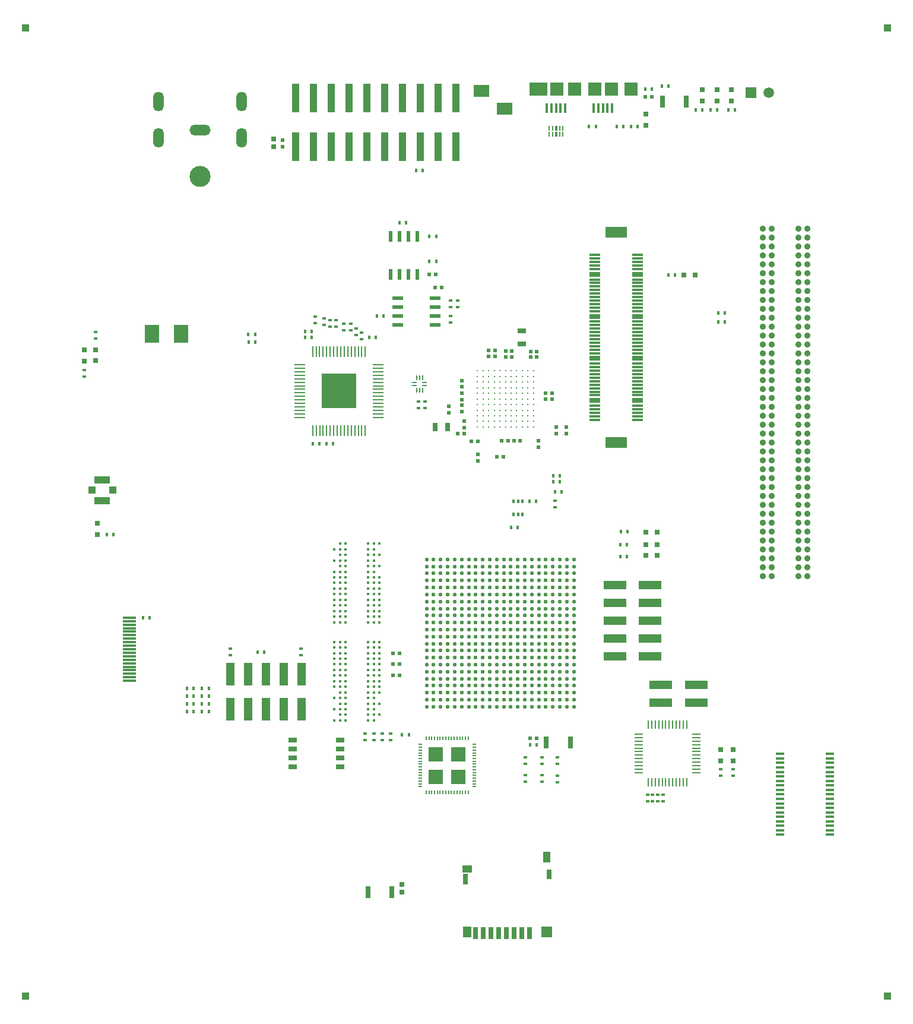
<source format=gtp>
G04 (created by PCBNEW (2013-07-07 BZR 4022)-stable) date 10/02/2015 04:29:17*
%MOIN*%
G04 Gerber Fmt 3.4, Leading zero omitted, Abs format*
%FSLAX34Y34*%
G01*
G70*
G90*
G04 APERTURE LIST*
%ADD10C,0.00590551*%
%ADD11R,0.0392X0.0392*%
%ADD12R,0.015748X0.0265748*%
%ADD13R,0.00787402X0.0265748*%
%ADD14R,0.0314961X0.0669291*%
%ADD15R,0.0590551X0.0236*%
%ADD16R,0.0236X0.0590551*%
%ADD17C,0.015748*%
%ADD18C,0.011811*%
%ADD19R,0.0314X0.0314*%
%ADD20R,0.126X0.05*%
%ADD21R,0.0393701X0.0393701*%
%ADD22R,0.0866142X0.0413386*%
%ADD23R,0.0597X0.0597*%
%ADD24C,0.0597*%
%ADD25R,0.0748031X0.011811*%
%ADD26R,0.00984252X0.0472441*%
%ADD27R,0.0472441X0.00984252*%
%ADD28R,0.0610236X0.00984252*%
%ADD29R,0.00984252X0.0610236*%
%ADD30R,0.19685X0.19685*%
%ADD31O,0.00984252X0.0610236*%
%ADD32R,0.0195X0.0195*%
%ADD33R,0.0314X0.0275*%
%ADD34R,0.0175X0.0195*%
%ADD35R,0.0195X0.0175*%
%ADD36R,0.0393701X0.0610236*%
%ADD37R,0.0314961X0.0551181*%
%ADD38R,0.0570866X0.0393701*%
%ADD39R,0.0314961X0.0590551*%
%ADD40R,0.0590551X0.0590551*%
%ADD41R,0.0275591X0.0688976*%
%ADD42R,0.0511811X0.0590551*%
%ADD43R,0.0748031X0.0748031*%
%ADD44R,0.015748X0.0531496*%
%ADD45R,0.100394X0.0748031*%
%ADD46R,0.0787X0.0984*%
%ADD47R,0.05X0.0169291*%
%ADD48R,0.063X0.0118*%
%ADD49R,0.063X0.0276*%
%ADD50R,0.122X0.063*%
%ADD51C,0.0224409*%
%ADD52C,0.0354331*%
%ADD53R,0.0314961X0.00787402*%
%ADD54R,0.00787402X0.0314961*%
%ADD55O,0.0314961X0.00787402*%
%ADD56R,0.0314961X0.0492126*%
%ADD57R,0.0492126X0.0314961*%
%ADD58R,0.0866142X0.0669291*%
%ADD59R,0.0393701X0.163386*%
%ADD60R,0.05X0.126*%
%ADD61R,0.0492126X0.0299213*%
%ADD62R,0.0165354X0.023622*%
%ADD63O,0.0590551X0.110236*%
%ADD64O,0.11811X0.0590551*%
%ADD65C,0.11811*%
%ADD66R,0.0787402X0.0787402*%
%ADD67O,0.023622X0.00787402*%
%ADD68O,0.00787402X0.023622*%
%ADD69R,0.00787402X0.023622*%
G04 APERTURE END LIST*
G54D10*
G54D11*
X67322Y-86220D03*
X115748Y-86220D03*
X115748Y-31889D03*
G54D12*
X97125Y-37849D03*
X97125Y-37505D03*
G54D13*
X97322Y-37505D03*
X97519Y-37505D03*
X97322Y-37849D03*
X97519Y-37849D03*
X96929Y-37849D03*
X96732Y-37849D03*
X96732Y-37505D03*
X96929Y-37505D03*
G54D14*
X86574Y-80393D03*
X87913Y-80393D03*
X96584Y-71978D03*
X97923Y-71978D03*
X103090Y-36023D03*
X104429Y-36023D03*
G54D15*
X88228Y-47045D03*
X88228Y-47545D03*
X88228Y-48045D03*
X88228Y-48545D03*
X90354Y-48545D03*
X90354Y-48045D03*
X90354Y-47545D03*
X90354Y-47045D03*
G54D16*
X89332Y-43582D03*
X88832Y-43582D03*
X88332Y-43582D03*
X87832Y-43582D03*
X87832Y-45708D03*
X88332Y-45708D03*
X88832Y-45708D03*
X89332Y-45708D03*
G54D17*
X85314Y-62716D03*
X85000Y-62716D03*
X84685Y-62716D03*
X86574Y-62716D03*
X86889Y-62716D03*
X87204Y-62716D03*
X86889Y-62401D03*
X86574Y-62401D03*
X84685Y-62401D03*
X85000Y-62401D03*
X85314Y-62401D03*
X85314Y-61771D03*
X85000Y-61771D03*
X84685Y-61771D03*
X86574Y-61771D03*
X86889Y-61771D03*
X87204Y-62086D03*
X86889Y-62086D03*
X86574Y-62086D03*
X85000Y-62086D03*
X85314Y-62086D03*
X85314Y-60826D03*
X85000Y-60826D03*
X86574Y-60826D03*
X86889Y-60826D03*
X87204Y-60826D03*
X85314Y-61141D03*
X85000Y-61141D03*
X84685Y-61141D03*
X86574Y-61141D03*
X86889Y-61141D03*
X87204Y-61456D03*
X86889Y-61456D03*
X86574Y-61456D03*
X85000Y-61456D03*
X85314Y-61456D03*
X85314Y-64291D03*
X85000Y-64291D03*
X84685Y-64291D03*
X86574Y-64291D03*
X86889Y-64291D03*
X87204Y-64291D03*
X87204Y-63976D03*
X86889Y-63976D03*
X86574Y-63976D03*
X84685Y-63976D03*
X85000Y-63976D03*
X85314Y-63976D03*
X85314Y-63031D03*
X85000Y-63031D03*
X84685Y-63031D03*
X86574Y-63031D03*
X86889Y-63031D03*
X87204Y-63031D03*
X87204Y-63346D03*
X86889Y-63346D03*
X86574Y-63346D03*
X84685Y-63346D03*
X85000Y-63346D03*
X85314Y-63346D03*
X85314Y-64606D03*
X85000Y-64606D03*
X84685Y-64606D03*
X86574Y-64606D03*
X86889Y-64606D03*
X87204Y-64606D03*
X87204Y-63661D03*
X86889Y-63661D03*
X86574Y-63661D03*
X84685Y-63661D03*
X85000Y-63661D03*
X85314Y-63661D03*
X85314Y-64921D03*
X85000Y-64921D03*
X84685Y-64921D03*
X86574Y-64921D03*
X86889Y-64921D03*
X87204Y-64921D03*
X87204Y-65236D03*
X86889Y-65236D03*
X86574Y-65236D03*
X84685Y-65236D03*
X85000Y-65236D03*
X85314Y-65236D03*
X86574Y-68858D03*
X86889Y-68858D03*
X87204Y-68858D03*
X85314Y-68858D03*
X85000Y-68858D03*
X84685Y-68858D03*
X85000Y-69173D03*
X85314Y-69173D03*
X87204Y-69173D03*
X86889Y-69173D03*
X86574Y-69173D03*
X86574Y-69803D03*
X86889Y-69803D03*
X87204Y-69803D03*
X85314Y-69803D03*
X85000Y-69803D03*
X84685Y-69488D03*
X85000Y-69488D03*
X85314Y-69488D03*
X86889Y-69488D03*
X86574Y-69488D03*
X86574Y-70748D03*
X86889Y-70748D03*
X85314Y-70748D03*
X85000Y-70748D03*
X84685Y-70748D03*
X86574Y-70433D03*
X86889Y-70433D03*
X87204Y-70433D03*
X85314Y-70433D03*
X85000Y-70433D03*
X84685Y-70118D03*
X85000Y-70118D03*
X85314Y-70118D03*
X86889Y-70118D03*
X86574Y-70118D03*
X86574Y-67283D03*
X86889Y-67283D03*
X87204Y-67283D03*
X85314Y-67283D03*
X85000Y-67283D03*
X84685Y-67283D03*
X84685Y-67598D03*
X85000Y-67598D03*
X85314Y-67598D03*
X87204Y-67598D03*
X86889Y-67598D03*
X86574Y-67598D03*
X86574Y-68543D03*
X86889Y-68543D03*
X87204Y-68543D03*
X85314Y-68543D03*
X85000Y-68543D03*
X84685Y-68543D03*
X84685Y-68228D03*
X85000Y-68228D03*
X85314Y-68228D03*
X87204Y-68228D03*
X86889Y-68228D03*
X86574Y-68228D03*
X86574Y-66968D03*
X86889Y-66968D03*
X87204Y-66968D03*
X85314Y-66968D03*
X85000Y-66968D03*
X84685Y-66968D03*
X84685Y-67913D03*
X85000Y-67913D03*
X85314Y-67913D03*
X87204Y-67913D03*
X86889Y-67913D03*
X86574Y-67913D03*
X86574Y-66653D03*
X86889Y-66653D03*
X87204Y-66653D03*
X85314Y-66653D03*
X85000Y-66653D03*
X84685Y-66653D03*
X84685Y-66338D03*
X85000Y-66338D03*
X85314Y-66338D03*
X87204Y-66338D03*
X86889Y-66338D03*
X86574Y-66338D03*
G54D18*
X92716Y-52391D03*
X92716Y-52076D03*
X92716Y-51761D03*
X92716Y-51446D03*
X92716Y-53966D03*
X92716Y-53651D03*
X92716Y-53336D03*
X92716Y-53021D03*
X94291Y-53021D03*
X94291Y-53336D03*
X94291Y-53651D03*
X94291Y-53966D03*
X94291Y-51446D03*
X94291Y-51761D03*
X94291Y-52076D03*
X94291Y-52391D03*
X93976Y-51131D03*
X93976Y-52706D03*
X93976Y-54281D03*
X93976Y-52391D03*
X93976Y-52076D03*
X93976Y-51761D03*
X93976Y-51446D03*
X93976Y-53966D03*
X93976Y-53651D03*
X93976Y-53336D03*
X93976Y-53021D03*
X93661Y-53021D03*
X93661Y-53336D03*
X93661Y-53651D03*
X93661Y-53966D03*
X93661Y-51446D03*
X93661Y-51761D03*
X93661Y-52076D03*
X93661Y-52391D03*
X93661Y-54281D03*
X93661Y-52706D03*
X93661Y-51131D03*
X93346Y-51131D03*
X93346Y-52706D03*
X93346Y-54281D03*
X93346Y-52391D03*
X93346Y-52076D03*
X93346Y-51761D03*
X93346Y-51446D03*
X93346Y-53966D03*
X93346Y-53651D03*
X93346Y-53336D03*
X93346Y-53021D03*
X93031Y-53021D03*
X93031Y-53336D03*
X93031Y-53651D03*
X93031Y-53966D03*
X93031Y-51446D03*
X93031Y-51761D03*
X93031Y-52076D03*
X93031Y-52391D03*
X93031Y-54281D03*
X93031Y-52706D03*
X93031Y-51131D03*
X94606Y-51131D03*
X94606Y-52706D03*
X94606Y-54281D03*
X94606Y-52391D03*
X94606Y-52076D03*
X94606Y-51761D03*
X94606Y-51446D03*
X94606Y-53966D03*
X94606Y-53651D03*
X94606Y-53336D03*
X94606Y-53021D03*
X94921Y-53021D03*
X94921Y-53336D03*
X94921Y-53651D03*
X94921Y-53966D03*
X94921Y-51446D03*
X94921Y-51761D03*
X94921Y-52076D03*
X94921Y-52391D03*
X94921Y-54281D03*
X94921Y-52706D03*
X94921Y-51131D03*
X95236Y-51131D03*
X95236Y-52706D03*
X95236Y-54281D03*
X95236Y-52391D03*
X95236Y-52076D03*
X95236Y-51761D03*
X95236Y-51446D03*
X95236Y-53966D03*
X95236Y-53651D03*
X95236Y-53336D03*
X95236Y-53021D03*
X95551Y-53021D03*
X95551Y-53336D03*
X95551Y-53651D03*
X95551Y-53966D03*
X95551Y-51446D03*
X95551Y-51761D03*
X95551Y-52076D03*
X95551Y-52391D03*
X95551Y-54281D03*
X95551Y-52706D03*
X95551Y-51131D03*
X95866Y-51131D03*
X95866Y-52706D03*
X95866Y-54281D03*
X92716Y-51131D03*
X92716Y-52706D03*
X92716Y-54281D03*
X94291Y-54281D03*
X94291Y-52706D03*
X94291Y-51131D03*
X95866Y-52391D03*
X95866Y-52076D03*
X95866Y-51761D03*
X95866Y-51446D03*
X95866Y-53966D03*
X95866Y-53651D03*
X95866Y-53336D03*
X95866Y-53021D03*
G54D19*
X106165Y-35362D03*
X106165Y-35992D03*
X105346Y-35366D03*
X105346Y-35996D03*
X71281Y-50565D03*
X71281Y-49935D03*
X106988Y-35364D03*
X106988Y-35994D03*
X107086Y-72381D03*
X107086Y-73011D03*
X106377Y-72381D03*
X106377Y-73011D03*
G54D20*
X100433Y-63139D03*
X100433Y-64139D03*
X100433Y-65139D03*
X100433Y-66139D03*
X100433Y-67139D03*
X102402Y-63139D03*
X102402Y-64139D03*
X102402Y-65139D03*
X102402Y-66139D03*
X102402Y-67139D03*
G54D21*
X71062Y-57834D03*
X72244Y-57834D03*
G54D22*
X71653Y-57253D03*
X71653Y-58415D03*
G54D19*
X71377Y-59685D03*
X71377Y-60315D03*
G54D23*
X108083Y-35511D03*
G54D24*
X109083Y-35511D03*
G54D25*
X73188Y-66751D03*
X73188Y-66948D03*
X73188Y-67145D03*
X73188Y-67342D03*
X73188Y-67539D03*
X73188Y-67736D03*
X73188Y-67933D03*
X73188Y-68129D03*
X73188Y-68326D03*
X73188Y-68523D03*
X73188Y-66555D03*
X73188Y-66358D03*
X73188Y-66161D03*
X73188Y-65964D03*
X73188Y-65767D03*
X73188Y-65570D03*
X73188Y-65374D03*
X73188Y-65177D03*
X73188Y-64980D03*
G54D26*
X102303Y-74212D03*
X102893Y-74212D03*
X102696Y-74212D03*
X102500Y-74212D03*
G54D27*
X101771Y-73287D03*
X101771Y-73484D03*
X101771Y-73681D03*
X101771Y-71909D03*
X101771Y-72106D03*
X101771Y-72303D03*
X101771Y-72500D03*
X101771Y-72696D03*
X101771Y-72893D03*
X101771Y-73090D03*
G54D26*
X103090Y-74212D03*
X103287Y-74212D03*
X103484Y-74212D03*
X103681Y-74212D03*
X103877Y-74212D03*
X104074Y-74212D03*
X104271Y-74212D03*
X104468Y-74212D03*
G54D27*
X105000Y-72500D03*
X105000Y-72303D03*
X105000Y-72106D03*
X105000Y-71909D03*
X105000Y-71712D03*
X105000Y-71515D03*
X105000Y-73681D03*
X105000Y-73484D03*
X105000Y-73287D03*
X105000Y-73090D03*
X105000Y-72893D03*
X105000Y-72696D03*
X101771Y-71712D03*
X101771Y-71515D03*
G54D26*
X104468Y-70984D03*
X104271Y-70984D03*
X104074Y-70984D03*
X103877Y-70984D03*
X103681Y-70984D03*
X103484Y-70984D03*
X103287Y-70984D03*
X103090Y-70984D03*
X102893Y-70984D03*
X102696Y-70984D03*
X102500Y-70984D03*
X102303Y-70984D03*
G54D28*
X87145Y-50787D03*
X87145Y-50984D03*
G54D29*
X86417Y-54468D03*
X86220Y-54468D03*
G54D28*
X82736Y-53740D03*
X82736Y-53543D03*
G54D29*
X83464Y-50059D03*
X83661Y-50059D03*
G54D30*
X84941Y-52263D03*
G54D28*
X82736Y-51771D03*
X82736Y-51968D03*
X82736Y-52165D03*
X82736Y-52362D03*
X82736Y-52559D03*
X82736Y-52755D03*
X82736Y-52952D03*
X82736Y-53149D03*
X82736Y-53346D03*
X82736Y-50787D03*
X82736Y-50984D03*
X82736Y-51181D03*
X82736Y-51377D03*
X82736Y-51574D03*
G54D29*
X85433Y-54468D03*
X85629Y-54468D03*
X85826Y-54468D03*
X86023Y-54468D03*
X83464Y-54468D03*
X83661Y-54468D03*
X83858Y-54468D03*
X84055Y-54468D03*
X84251Y-54468D03*
X84448Y-54468D03*
X84645Y-54468D03*
X84842Y-54468D03*
X85039Y-54468D03*
X85236Y-54468D03*
G54D28*
X87145Y-52165D03*
X87145Y-51968D03*
X87145Y-51771D03*
X87145Y-51574D03*
X87145Y-51377D03*
X87145Y-51181D03*
X87145Y-53740D03*
X87145Y-53543D03*
X87145Y-53346D03*
X87145Y-53149D03*
X87145Y-52952D03*
X87145Y-52755D03*
X87145Y-52559D03*
X87145Y-52362D03*
G54D31*
X86417Y-50059D03*
G54D29*
X86220Y-50059D03*
X86023Y-50059D03*
X85826Y-50059D03*
X85629Y-50059D03*
X85433Y-50059D03*
X85236Y-50059D03*
X85039Y-50059D03*
X84842Y-50059D03*
X84645Y-50059D03*
X84448Y-50059D03*
X84251Y-50059D03*
X84055Y-50059D03*
X83839Y-50056D03*
G54D32*
X93346Y-50000D03*
X93700Y-50000D03*
X93346Y-50334D03*
X93700Y-50334D03*
X97145Y-54291D03*
X97145Y-54645D03*
X93819Y-55944D03*
X94173Y-55944D03*
X81771Y-38551D03*
X81771Y-38197D03*
X90354Y-46437D03*
X90708Y-46437D03*
X102145Y-35748D03*
X102499Y-35748D03*
X96909Y-52391D03*
X96555Y-52391D03*
X92726Y-55817D03*
X92726Y-56171D03*
X95117Y-55059D03*
X94763Y-55059D03*
X96151Y-55059D03*
X96151Y-55413D03*
X94291Y-50344D03*
X94645Y-50344D03*
X91830Y-52382D03*
X91830Y-52736D03*
X91830Y-53405D03*
X91830Y-53051D03*
X92726Y-55068D03*
X92372Y-55068D03*
X97696Y-54291D03*
X97696Y-54645D03*
X95689Y-50039D03*
X96043Y-50039D03*
X95689Y-50344D03*
X96043Y-50344D03*
X90019Y-45708D03*
X90373Y-45708D03*
X91102Y-53130D03*
X91102Y-53484D03*
X94074Y-55059D03*
X94428Y-55059D03*
X94291Y-50019D03*
X94645Y-50019D03*
X91614Y-54665D03*
X91968Y-54665D03*
X91830Y-52027D03*
X91830Y-51673D03*
X91968Y-53956D03*
X91968Y-54310D03*
X96909Y-52706D03*
X96555Y-52706D03*
X96033Y-71742D03*
X95679Y-71742D03*
X87972Y-67598D03*
X88326Y-67598D03*
X87972Y-66968D03*
X88326Y-66968D03*
X87972Y-68228D03*
X88326Y-68228D03*
G54D33*
X88484Y-80392D03*
X88484Y-79962D03*
X81283Y-38545D03*
X81283Y-38115D03*
G54D34*
X101700Y-37421D03*
X101330Y-37421D03*
X76389Y-70236D03*
X76759Y-70236D03*
X74318Y-64980D03*
X73948Y-64980D03*
X71901Y-60314D03*
X72271Y-60314D03*
X89263Y-39881D03*
X89633Y-39881D03*
X79854Y-49070D03*
X80224Y-49070D03*
G54D35*
X84090Y-48562D03*
X84090Y-48192D03*
G54D34*
X79858Y-49527D03*
X80228Y-49527D03*
X88708Y-42834D03*
X88338Y-42834D03*
X90391Y-44980D03*
X90021Y-44980D03*
X90391Y-43572D03*
X90021Y-43572D03*
X87078Y-48051D03*
X87448Y-48051D03*
G54D35*
X91220Y-47177D03*
X91220Y-47547D03*
X91594Y-47177D03*
X91594Y-47547D03*
X102539Y-75283D03*
X102539Y-74913D03*
G54D34*
X77625Y-69803D03*
X77255Y-69803D03*
X77625Y-68937D03*
X77255Y-68937D03*
G54D35*
X103129Y-75283D03*
X103129Y-74913D03*
X102854Y-75283D03*
X102854Y-74913D03*
G54D34*
X77625Y-70236D03*
X77255Y-70236D03*
X77625Y-69370D03*
X77255Y-69370D03*
G54D35*
X91220Y-48043D03*
X91220Y-48413D03*
G54D34*
X102137Y-35314D03*
X102507Y-35314D03*
X106803Y-36496D03*
X107173Y-36496D03*
X99358Y-37431D03*
X98988Y-37431D03*
X105795Y-36496D03*
X106165Y-36496D03*
X100523Y-37431D03*
X100893Y-37431D03*
X104976Y-36500D03*
X105346Y-36500D03*
G54D35*
X102263Y-75283D03*
X102263Y-74913D03*
X106377Y-73846D03*
X106377Y-73476D03*
X107086Y-73846D03*
X107086Y-73476D03*
G54D34*
X103082Y-35157D03*
X103452Y-35157D03*
X97059Y-57913D03*
X97429Y-57913D03*
X97330Y-57027D03*
X96960Y-57027D03*
G54D35*
X71281Y-48946D03*
X71281Y-49316D03*
G54D34*
X96031Y-72106D03*
X95661Y-72106D03*
G54D35*
X82795Y-66704D03*
X82795Y-67074D03*
G54D34*
X80751Y-66913D03*
X80381Y-66913D03*
G54D35*
X78838Y-67074D03*
X78838Y-66704D03*
X97196Y-72811D03*
X97196Y-73181D03*
X87846Y-71862D03*
X87846Y-71492D03*
X96322Y-72811D03*
X96322Y-73181D03*
X89767Y-53224D03*
X89767Y-52854D03*
X89401Y-53220D03*
X89401Y-52850D03*
X95389Y-74196D03*
X95389Y-73826D03*
G54D34*
X101118Y-60877D03*
X100748Y-60877D03*
X100763Y-60145D03*
X101133Y-60145D03*
G54D35*
X95389Y-72811D03*
X95389Y-73181D03*
X86417Y-71862D03*
X86417Y-71492D03*
X97196Y-74208D03*
X97196Y-73838D03*
X87370Y-71862D03*
X87370Y-71492D03*
X86889Y-71862D03*
X86889Y-71492D03*
X96326Y-74196D03*
X96326Y-73826D03*
G54D20*
X103021Y-68750D03*
X103021Y-69750D03*
X104990Y-68750D03*
X104990Y-69750D03*
G54D11*
X67322Y-31889D03*
G54D34*
X76389Y-68937D03*
X76759Y-68937D03*
X76389Y-69370D03*
X76759Y-69370D03*
X76389Y-69803D03*
X76759Y-69803D03*
G54D36*
X96594Y-78425D03*
G54D37*
X96732Y-79379D03*
G54D38*
X92155Y-79094D03*
G54D39*
X92027Y-79635D03*
G54D40*
X96594Y-82627D03*
G54D41*
X94763Y-82677D03*
X95629Y-82677D03*
X95196Y-82677D03*
X93897Y-82677D03*
X94330Y-82677D03*
X93464Y-82677D03*
X93031Y-82677D03*
X92598Y-82677D03*
G54D42*
X92125Y-82627D03*
G54D43*
X101338Y-35314D03*
X100236Y-35314D03*
X99291Y-35314D03*
X98188Y-35314D03*
X97185Y-35314D03*
G54D44*
X97637Y-36377D03*
X97381Y-36377D03*
X96614Y-36377D03*
X96870Y-36377D03*
X97125Y-36377D03*
X100275Y-36377D03*
X100019Y-36377D03*
X99251Y-36377D03*
X99507Y-36377D03*
X99763Y-36377D03*
G54D45*
X96131Y-35314D03*
G54D46*
X76062Y-49055D03*
X74448Y-49055D03*
G54D35*
X70649Y-51464D03*
X70649Y-51094D03*
G54D34*
X103807Y-45767D03*
X103437Y-45767D03*
G54D19*
X70649Y-49940D03*
X70649Y-50570D03*
X104940Y-45767D03*
X104310Y-45767D03*
G54D47*
X109712Y-72629D03*
X112492Y-72629D03*
X109712Y-72881D03*
X112492Y-72881D03*
X109712Y-73133D03*
X112492Y-73133D03*
X109712Y-73385D03*
X112492Y-73385D03*
X109712Y-73637D03*
X112492Y-73637D03*
X109712Y-73889D03*
X112492Y-73889D03*
X109712Y-74141D03*
X112492Y-74141D03*
X109712Y-74393D03*
X112492Y-74393D03*
X109712Y-74645D03*
X112492Y-74645D03*
X109712Y-74897D03*
X112492Y-74897D03*
X109712Y-75149D03*
X112492Y-75149D03*
X109712Y-75401D03*
X112492Y-75401D03*
X109712Y-75653D03*
X112492Y-75653D03*
X109712Y-75905D03*
X112492Y-75905D03*
X109712Y-76157D03*
X112492Y-76157D03*
X109712Y-76409D03*
X112492Y-76409D03*
X109712Y-76661D03*
X112492Y-76661D03*
X109712Y-76913D03*
X112492Y-76913D03*
X109712Y-77165D03*
X112492Y-77165D03*
G54D48*
X101697Y-53877D03*
X101697Y-53680D03*
X101697Y-53483D03*
X101697Y-53286D03*
X101697Y-53090D03*
G54D49*
X101697Y-52794D03*
G54D48*
X101697Y-52499D03*
X101697Y-52302D03*
X101697Y-52105D03*
X101697Y-51908D03*
X101697Y-51712D03*
X101697Y-51515D03*
X101697Y-51318D03*
X101697Y-51121D03*
X101697Y-50924D03*
X101697Y-50727D03*
G54D49*
X101697Y-50432D03*
G54D48*
X101697Y-50137D03*
X101697Y-49940D03*
X101697Y-49743D03*
X101697Y-49546D03*
X101697Y-49349D03*
X101697Y-49153D03*
X101697Y-48956D03*
X101697Y-48759D03*
X101697Y-48562D03*
X101697Y-48365D03*
G54D49*
X101697Y-48069D03*
G54D48*
X101697Y-47775D03*
X101697Y-47578D03*
X101697Y-47381D03*
X101697Y-47184D03*
X101697Y-46987D03*
X101697Y-46790D03*
X101697Y-46594D03*
X101697Y-46397D03*
X101697Y-46200D03*
X101697Y-46003D03*
G54D49*
X101697Y-45707D03*
G54D48*
X101697Y-45412D03*
X101697Y-45216D03*
X101697Y-45019D03*
X101697Y-44822D03*
X101697Y-44625D03*
X99295Y-44623D03*
X99295Y-44820D03*
X99295Y-45017D03*
X99295Y-45214D03*
X99295Y-45410D03*
G54D49*
X99295Y-45705D03*
G54D48*
X99295Y-46001D03*
X99295Y-46198D03*
X99295Y-46395D03*
X99295Y-46592D03*
X99295Y-46788D03*
X99295Y-46985D03*
X99295Y-47182D03*
X99295Y-47379D03*
X99295Y-47576D03*
X99295Y-47773D03*
G54D49*
X99295Y-48068D03*
G54D48*
X99295Y-48364D03*
X99295Y-48561D03*
X99295Y-48758D03*
X99295Y-48955D03*
X99295Y-49151D03*
X99295Y-49348D03*
X99295Y-49545D03*
X99295Y-49742D03*
X99295Y-49939D03*
X99295Y-50136D03*
G54D49*
X99295Y-50431D03*
G54D48*
X99295Y-50727D03*
X99295Y-50924D03*
X99295Y-51121D03*
X99295Y-51318D03*
X99295Y-51514D03*
X99295Y-51711D03*
X99295Y-51908D03*
X99295Y-52105D03*
X99295Y-52302D03*
X99295Y-52499D03*
G54D49*
X99295Y-52794D03*
G54D48*
X99295Y-53090D03*
X99295Y-53286D03*
X99295Y-53483D03*
X99295Y-53680D03*
X99295Y-53877D03*
G54D50*
X100492Y-43365D03*
X100492Y-55137D03*
G54D51*
X97736Y-61712D03*
X97736Y-64074D03*
X97736Y-63681D03*
X97736Y-63287D03*
X97736Y-62893D03*
X97736Y-62500D03*
X97736Y-62106D03*
X98129Y-61712D03*
X98129Y-62106D03*
X98129Y-62500D03*
X98129Y-62893D03*
X98129Y-63287D03*
X98129Y-63681D03*
X98129Y-64074D03*
X98129Y-64468D03*
X98129Y-64862D03*
X98129Y-65255D03*
X98129Y-65649D03*
X98129Y-66043D03*
X98129Y-66437D03*
X98129Y-66830D03*
X98129Y-67224D03*
X98129Y-67618D03*
X98129Y-68011D03*
X98129Y-68405D03*
X98129Y-68799D03*
X98129Y-69192D03*
X98129Y-69586D03*
X98129Y-69980D03*
X97736Y-64468D03*
X97736Y-64862D03*
X97736Y-65255D03*
X97736Y-65649D03*
X97736Y-66043D03*
X97736Y-66437D03*
X97736Y-66830D03*
X97736Y-67224D03*
X97736Y-67618D03*
X97736Y-68011D03*
X97736Y-68405D03*
X97736Y-68799D03*
X97736Y-69192D03*
X97736Y-69586D03*
X97736Y-69980D03*
X97342Y-61712D03*
X97342Y-62106D03*
X97342Y-62500D03*
X97342Y-62893D03*
X97342Y-63287D03*
X97342Y-63681D03*
X97342Y-64074D03*
X97342Y-64468D03*
X97342Y-64862D03*
X97342Y-65255D03*
X97342Y-65649D03*
X97342Y-66043D03*
X97342Y-66437D03*
X97342Y-66830D03*
X97342Y-67224D03*
X97342Y-67618D03*
X97342Y-68011D03*
X97342Y-68405D03*
X97342Y-68799D03*
X97342Y-69192D03*
X97342Y-69586D03*
X97342Y-69980D03*
X96948Y-61712D03*
X96948Y-62106D03*
X96948Y-62500D03*
X96948Y-62893D03*
X96948Y-63287D03*
X96948Y-63681D03*
X96948Y-64074D03*
X96948Y-64468D03*
X96948Y-64862D03*
X96948Y-65255D03*
X96948Y-65649D03*
X96948Y-66043D03*
X96948Y-66437D03*
X96948Y-66830D03*
X96948Y-67224D03*
X96948Y-67618D03*
X96948Y-68011D03*
X96948Y-68405D03*
X96948Y-68799D03*
X96948Y-69192D03*
X96948Y-69586D03*
X96948Y-69980D03*
X96555Y-61712D03*
X96555Y-62106D03*
X96555Y-62500D03*
X96555Y-62893D03*
X96555Y-63287D03*
X96555Y-63681D03*
X96555Y-64074D03*
X96555Y-64468D03*
X96555Y-64862D03*
X96555Y-65255D03*
X96555Y-65649D03*
X96555Y-66043D03*
X96555Y-66437D03*
X96555Y-66830D03*
X96555Y-67224D03*
X96555Y-67618D03*
X96555Y-68011D03*
X96555Y-68405D03*
X96555Y-68799D03*
X96555Y-69192D03*
X96555Y-69586D03*
X96555Y-69980D03*
X96161Y-61712D03*
X96161Y-62106D03*
X96161Y-62500D03*
X96161Y-62893D03*
X96161Y-63287D03*
X96161Y-63681D03*
X96161Y-64074D03*
X96161Y-64468D03*
X96161Y-64862D03*
X96161Y-65255D03*
X96161Y-65649D03*
X96161Y-66043D03*
X96161Y-66437D03*
X96161Y-66830D03*
X96161Y-67224D03*
X96161Y-67618D03*
X96161Y-68011D03*
X96161Y-68405D03*
X96161Y-68799D03*
X96161Y-69192D03*
X96161Y-69586D03*
X96161Y-69980D03*
X95767Y-61712D03*
X95767Y-62106D03*
X95767Y-62500D03*
X95767Y-62893D03*
X95767Y-63287D03*
X95767Y-63681D03*
X95767Y-64074D03*
X95767Y-64468D03*
X95767Y-64862D03*
X95767Y-65255D03*
X95767Y-65649D03*
X95767Y-66043D03*
X95767Y-66437D03*
X95767Y-66830D03*
X95767Y-67224D03*
X95767Y-67618D03*
X95767Y-68011D03*
X95767Y-68405D03*
X95767Y-68799D03*
X95767Y-69192D03*
X95767Y-69586D03*
X95767Y-69980D03*
X95374Y-61712D03*
X95374Y-62106D03*
X95374Y-62500D03*
X95374Y-62893D03*
X95374Y-63287D03*
X95374Y-63681D03*
X95374Y-64074D03*
X95374Y-64468D03*
X95374Y-64862D03*
X95374Y-65255D03*
X95374Y-65649D03*
X95374Y-66043D03*
X95374Y-66437D03*
X95374Y-66830D03*
X95374Y-67224D03*
X95374Y-67618D03*
X95374Y-68011D03*
X95374Y-68405D03*
X95374Y-68799D03*
X95374Y-69192D03*
X95374Y-69586D03*
X95374Y-69980D03*
X94980Y-61712D03*
X94980Y-62106D03*
X94980Y-62500D03*
X94980Y-62893D03*
X94980Y-63287D03*
X94980Y-63681D03*
X94980Y-64074D03*
X94980Y-64468D03*
X94980Y-64862D03*
X94980Y-65255D03*
X94980Y-65649D03*
X94980Y-66043D03*
X94980Y-66437D03*
X94980Y-66830D03*
X94980Y-67224D03*
X94980Y-67618D03*
X94980Y-68011D03*
X94980Y-68405D03*
X94980Y-68799D03*
X94980Y-69192D03*
X94980Y-69586D03*
X94980Y-69980D03*
X94586Y-61712D03*
X94586Y-62106D03*
X94586Y-62500D03*
X94586Y-62893D03*
X94586Y-63287D03*
X94586Y-63681D03*
X94586Y-64074D03*
X94586Y-64468D03*
X94586Y-64862D03*
X94586Y-65255D03*
X94586Y-65649D03*
X94586Y-66043D03*
X94586Y-66437D03*
X94586Y-66830D03*
X94586Y-67224D03*
X94586Y-67618D03*
X94586Y-68011D03*
X94586Y-68405D03*
X94586Y-68799D03*
X94586Y-69192D03*
X94586Y-69586D03*
X94586Y-69980D03*
X94192Y-61712D03*
X94192Y-62106D03*
X94192Y-62500D03*
X94192Y-62893D03*
X94192Y-63287D03*
X94192Y-63681D03*
X94192Y-64074D03*
X94192Y-64468D03*
X94192Y-64862D03*
X94192Y-65255D03*
X94192Y-65649D03*
X94192Y-66043D03*
X94192Y-66437D03*
X94192Y-66830D03*
X94192Y-67224D03*
X94192Y-67618D03*
X94192Y-68011D03*
X94192Y-68405D03*
X94192Y-68799D03*
X94192Y-69192D03*
X94192Y-69586D03*
X94192Y-69980D03*
X93799Y-61712D03*
X93799Y-62106D03*
X93799Y-62500D03*
X93799Y-62893D03*
X93799Y-63287D03*
X93799Y-63681D03*
X93799Y-64074D03*
X93799Y-64468D03*
X93799Y-64862D03*
X93799Y-65255D03*
X93799Y-65649D03*
X93799Y-66043D03*
X93799Y-66437D03*
X93799Y-66830D03*
X93799Y-67224D03*
X93799Y-67618D03*
X93799Y-68011D03*
X93799Y-68405D03*
X93799Y-68799D03*
X93799Y-69192D03*
X93799Y-69586D03*
X93799Y-69980D03*
X93405Y-61712D03*
X93405Y-62106D03*
X93405Y-62500D03*
X93405Y-62893D03*
X93405Y-63287D03*
X93405Y-63681D03*
X93405Y-64074D03*
X93405Y-64468D03*
X93405Y-64862D03*
X93405Y-65255D03*
X93405Y-65649D03*
X93405Y-66043D03*
X93405Y-66437D03*
X93405Y-66830D03*
X93405Y-67224D03*
X93405Y-67618D03*
X93405Y-68011D03*
X93405Y-68405D03*
X93405Y-68799D03*
X93405Y-69192D03*
X93405Y-69586D03*
X93405Y-69980D03*
X93011Y-61712D03*
X93011Y-62106D03*
X93011Y-62500D03*
X93011Y-62893D03*
X93011Y-63287D03*
X93011Y-63681D03*
X93011Y-64074D03*
X93011Y-64468D03*
X93011Y-64862D03*
X93011Y-65255D03*
X93011Y-65649D03*
X93011Y-66043D03*
X93011Y-66437D03*
X93011Y-66830D03*
X93011Y-67224D03*
X93011Y-67618D03*
X93011Y-68011D03*
X93011Y-68405D03*
X93011Y-68799D03*
X93011Y-69192D03*
X93011Y-69586D03*
X93011Y-69980D03*
X92618Y-61712D03*
X92618Y-62106D03*
X92618Y-62500D03*
X92618Y-62893D03*
X92618Y-63287D03*
X92618Y-63681D03*
X92618Y-64074D03*
X92618Y-64468D03*
X92618Y-64862D03*
X92618Y-65255D03*
X92618Y-65649D03*
X92618Y-66043D03*
X92618Y-66437D03*
X92618Y-66830D03*
X92618Y-67224D03*
X92618Y-67618D03*
X92618Y-68011D03*
X92618Y-68405D03*
X92618Y-68799D03*
X92618Y-69192D03*
X92618Y-69586D03*
X92618Y-69980D03*
X92224Y-61712D03*
X92224Y-62106D03*
X92224Y-62500D03*
X92224Y-62893D03*
X92224Y-63287D03*
X92224Y-63681D03*
X92224Y-64074D03*
X92224Y-64468D03*
X92224Y-64862D03*
X92224Y-65255D03*
X92224Y-65649D03*
X92224Y-66043D03*
X92224Y-66437D03*
X92224Y-66830D03*
X92224Y-67224D03*
X92224Y-67618D03*
X92224Y-68011D03*
X92224Y-68405D03*
X92224Y-68799D03*
X92224Y-69192D03*
X92224Y-69586D03*
X92224Y-69980D03*
X91830Y-61712D03*
X91830Y-62106D03*
X91830Y-62500D03*
X91830Y-62893D03*
X91830Y-63287D03*
X91830Y-63681D03*
X91830Y-64074D03*
X91830Y-64468D03*
X91830Y-64862D03*
X91830Y-65255D03*
X91830Y-65649D03*
X91830Y-66043D03*
X91830Y-66437D03*
X91830Y-66830D03*
X91830Y-67224D03*
X91830Y-67618D03*
X91830Y-68011D03*
X91830Y-68405D03*
X91830Y-68799D03*
X91830Y-69192D03*
X91830Y-69586D03*
X91830Y-69980D03*
X91437Y-61712D03*
X91437Y-62106D03*
X91437Y-62500D03*
X91437Y-62893D03*
X91437Y-63287D03*
X91437Y-63681D03*
X91437Y-64074D03*
X91437Y-64468D03*
X91437Y-64862D03*
X91437Y-65255D03*
X91437Y-65649D03*
X91437Y-66043D03*
X91437Y-66437D03*
X91437Y-66830D03*
X91437Y-67224D03*
X91437Y-67618D03*
X91437Y-68011D03*
X91437Y-68405D03*
X91437Y-68799D03*
X91437Y-69192D03*
X91437Y-69586D03*
X91437Y-69980D03*
X91043Y-61712D03*
X91043Y-62106D03*
X91043Y-62500D03*
X91043Y-62893D03*
X91043Y-63287D03*
X91043Y-63681D03*
X91043Y-64074D03*
X91043Y-64468D03*
X91043Y-64862D03*
X91043Y-65255D03*
X91043Y-65649D03*
X91043Y-66043D03*
X91043Y-66437D03*
X91043Y-66830D03*
X91043Y-67224D03*
X91043Y-67618D03*
X91043Y-68011D03*
X91043Y-68405D03*
X91043Y-68799D03*
X91043Y-69192D03*
X91043Y-69586D03*
X91043Y-69980D03*
X90649Y-61712D03*
X90649Y-62106D03*
X90649Y-62500D03*
X90649Y-62893D03*
X90649Y-63287D03*
X90649Y-63681D03*
X90649Y-64074D03*
X90649Y-64468D03*
X90649Y-64862D03*
X90649Y-65255D03*
X90649Y-65649D03*
X90649Y-66043D03*
X90649Y-66437D03*
X90649Y-66830D03*
X90649Y-67224D03*
X90649Y-67618D03*
X90649Y-68011D03*
X90649Y-68405D03*
X90649Y-68799D03*
X90649Y-69192D03*
X90649Y-69586D03*
X90649Y-69980D03*
X90255Y-61712D03*
X90255Y-62106D03*
X90255Y-62500D03*
X90255Y-62893D03*
X90255Y-63287D03*
X90255Y-63681D03*
X90255Y-64074D03*
X90255Y-64468D03*
X90255Y-64862D03*
X90255Y-65255D03*
X90255Y-65649D03*
X90255Y-66043D03*
X90255Y-66437D03*
X90255Y-66830D03*
X90255Y-67224D03*
X90255Y-67618D03*
X90255Y-68011D03*
X90255Y-68405D03*
X90255Y-68799D03*
X90255Y-69192D03*
X90255Y-69586D03*
X90255Y-69980D03*
X89862Y-61712D03*
X89862Y-62106D03*
X89862Y-62500D03*
X89862Y-62893D03*
X89862Y-63287D03*
X89862Y-63681D03*
X89862Y-64074D03*
X89862Y-64468D03*
X89862Y-64862D03*
X89862Y-65255D03*
X89862Y-65649D03*
X89862Y-66043D03*
X89862Y-66437D03*
X89862Y-66830D03*
X89862Y-67224D03*
X89862Y-67618D03*
X89862Y-68011D03*
X89862Y-68405D03*
X89862Y-68799D03*
X89862Y-69192D03*
X89862Y-69586D03*
X89862Y-69980D03*
G54D52*
X108750Y-62163D03*
X110750Y-62663D03*
X110750Y-62163D03*
X111250Y-62663D03*
X111250Y-62163D03*
X110750Y-59663D03*
X111250Y-59663D03*
X111250Y-59163D03*
X110750Y-59163D03*
X110750Y-58163D03*
X111250Y-58163D03*
X111250Y-58663D03*
X110750Y-58663D03*
X110750Y-60663D03*
X111250Y-60663D03*
X111250Y-60163D03*
X110750Y-60163D03*
X110750Y-61163D03*
X111250Y-61163D03*
X111250Y-61663D03*
X110750Y-61663D03*
X110750Y-53663D03*
X111250Y-53663D03*
X111250Y-53163D03*
X110750Y-53163D03*
X110750Y-52663D03*
X111250Y-52667D03*
X110750Y-51163D03*
X111250Y-51163D03*
X111250Y-50663D03*
X110750Y-50663D03*
X110750Y-51663D03*
X111250Y-51663D03*
X111250Y-52163D03*
X110750Y-52163D03*
X110750Y-55663D03*
X111250Y-55663D03*
X111250Y-55163D03*
X110750Y-55163D03*
X110750Y-54163D03*
X111250Y-54163D03*
X111250Y-54663D03*
X110750Y-54663D03*
X110750Y-56663D03*
X111250Y-56663D03*
X111250Y-56163D03*
X110750Y-56163D03*
X110750Y-57163D03*
X111250Y-57163D03*
X111250Y-57663D03*
X110750Y-57663D03*
X110750Y-48663D03*
X111250Y-48663D03*
X111250Y-48163D03*
X110750Y-48163D03*
X110750Y-47163D03*
X111250Y-47163D03*
X111250Y-47663D03*
X110750Y-47663D03*
X111250Y-49163D03*
X110750Y-49163D03*
X110750Y-49663D03*
X111250Y-49663D03*
X111250Y-50163D03*
X110750Y-50163D03*
X110750Y-45663D03*
X111250Y-45663D03*
X111250Y-45163D03*
X110750Y-45163D03*
X110750Y-44663D03*
X111250Y-44663D03*
X110750Y-43163D03*
X111250Y-43163D03*
X110750Y-43663D03*
X111250Y-43663D03*
X111250Y-44163D03*
X110750Y-44163D03*
X110750Y-46163D03*
X111250Y-46163D03*
X111250Y-46663D03*
X110750Y-46663D03*
X108750Y-46663D03*
X109250Y-46663D03*
X109250Y-46163D03*
X108750Y-46163D03*
X108750Y-44163D03*
X109250Y-44163D03*
X109250Y-43663D03*
X108750Y-43663D03*
X109250Y-43163D03*
X108750Y-43163D03*
X109250Y-44663D03*
X108750Y-44663D03*
X108750Y-45163D03*
X109250Y-45163D03*
X109250Y-45663D03*
X108750Y-45663D03*
X108750Y-50163D03*
X109250Y-50163D03*
X109250Y-49663D03*
X108750Y-49663D03*
X108750Y-49163D03*
X109250Y-49163D03*
X108750Y-47663D03*
X109250Y-47663D03*
X109250Y-47163D03*
X108750Y-47163D03*
X108750Y-48163D03*
X109250Y-48163D03*
X109250Y-48663D03*
X108750Y-48663D03*
X108750Y-57663D03*
X109250Y-57663D03*
X109250Y-57163D03*
X108750Y-57163D03*
X108750Y-56163D03*
X109250Y-56163D03*
X109250Y-56663D03*
X108750Y-56663D03*
X108750Y-54663D03*
X109250Y-54663D03*
X109250Y-54163D03*
X108750Y-54163D03*
X108750Y-55163D03*
X109250Y-55163D03*
X109250Y-55663D03*
X108750Y-55663D03*
X108750Y-52163D03*
X109250Y-52163D03*
X109250Y-51663D03*
X108750Y-51663D03*
X108750Y-50663D03*
X109250Y-50663D03*
X109250Y-51163D03*
X108750Y-51163D03*
X109250Y-52667D03*
X108750Y-52663D03*
X108750Y-53163D03*
X109250Y-53163D03*
X109250Y-53663D03*
X108750Y-53663D03*
X108750Y-61663D03*
X109250Y-61663D03*
X109250Y-61163D03*
X108750Y-61163D03*
X108750Y-60163D03*
X109250Y-60163D03*
X109250Y-60663D03*
X108750Y-60663D03*
X108750Y-58663D03*
X109250Y-58663D03*
X109250Y-58163D03*
X108750Y-58163D03*
X108750Y-59163D03*
X109250Y-59163D03*
X109250Y-59663D03*
X108750Y-59663D03*
X109250Y-62163D03*
X109250Y-62663D03*
X108750Y-62663D03*
G54D35*
X85909Y-49110D03*
X85909Y-48740D03*
X83602Y-48094D03*
X83602Y-48464D03*
G54D34*
X87007Y-49267D03*
X86637Y-49267D03*
G54D35*
X86220Y-49338D03*
X86220Y-48968D03*
G54D34*
X83397Y-48913D03*
X83027Y-48913D03*
G54D35*
X85618Y-48846D03*
X85618Y-48476D03*
X85216Y-48846D03*
X85216Y-48476D03*
G54D34*
X83846Y-55216D03*
X83476Y-55216D03*
X84224Y-55216D03*
X84594Y-55216D03*
X83393Y-49255D03*
X83023Y-49255D03*
G54D35*
X84787Y-48649D03*
X84787Y-48279D03*
X84429Y-48653D03*
X84429Y-48283D03*
G54D34*
X96960Y-57342D03*
X97330Y-57342D03*
G54D35*
X97066Y-58417D03*
X97066Y-58787D03*
G54D19*
X102795Y-60885D03*
X102165Y-60885D03*
X102795Y-60196D03*
X102165Y-60196D03*
G54D53*
X89740Y-51799D03*
X89740Y-51956D03*
G54D54*
X89622Y-51523D03*
X89464Y-51523D03*
X89307Y-51523D03*
G54D55*
X89188Y-51799D03*
G54D53*
X89188Y-51956D03*
G54D54*
X89307Y-52232D03*
X89464Y-52232D03*
X89622Y-52232D03*
G54D56*
X91047Y-54291D03*
X90338Y-54291D03*
G54D57*
X95196Y-49606D03*
X95196Y-48897D03*
G54D34*
X88858Y-71551D03*
X88488Y-71551D03*
X100748Y-61566D03*
X101118Y-61566D03*
G54D19*
X102795Y-61488D03*
X102165Y-61488D03*
X102188Y-36728D03*
X102188Y-37358D03*
G54D58*
X94228Y-36425D03*
X92929Y-35429D03*
G54D59*
X91513Y-35811D03*
X90513Y-35811D03*
X91513Y-38566D03*
X90513Y-38566D03*
X82513Y-38566D03*
X83513Y-38566D03*
X84513Y-38566D03*
X85513Y-38566D03*
X86513Y-38566D03*
X87513Y-38566D03*
X88513Y-38566D03*
X89513Y-38566D03*
X82513Y-35811D03*
X83513Y-35811D03*
X84513Y-35811D03*
X85513Y-35811D03*
X86513Y-35811D03*
X87513Y-35811D03*
X88513Y-35811D03*
X89513Y-35811D03*
G54D60*
X82824Y-68149D03*
X81824Y-68149D03*
X80824Y-68149D03*
X79824Y-68149D03*
X78824Y-68149D03*
X82824Y-70118D03*
X81824Y-70118D03*
X80824Y-70118D03*
X79824Y-70118D03*
X78824Y-70118D03*
G54D34*
X106232Y-47874D03*
X106602Y-47874D03*
X106232Y-48385D03*
X106602Y-48385D03*
G54D61*
X82329Y-71864D03*
X82329Y-72364D03*
X82329Y-72864D03*
X82329Y-73364D03*
X85008Y-71864D03*
X85008Y-72364D03*
X85008Y-72864D03*
X85008Y-73364D03*
G54D62*
X94744Y-59192D03*
X95000Y-59192D03*
X95255Y-59192D03*
X95255Y-58444D03*
X94744Y-58444D03*
X95000Y-58444D03*
G54D34*
X94598Y-59901D03*
X94968Y-59901D03*
X95641Y-58444D03*
X96011Y-58444D03*
G54D63*
X74803Y-38066D03*
X74803Y-36019D03*
X79488Y-36019D03*
G54D64*
X77145Y-37614D03*
G54D63*
X79488Y-38066D03*
G54D65*
X77145Y-40232D03*
G54D66*
X91643Y-73907D03*
X91643Y-72647D03*
X90383Y-72647D03*
G54D67*
X89498Y-74458D03*
X89498Y-74301D03*
G54D68*
X89832Y-71761D03*
X89994Y-71761D03*
G54D67*
X92529Y-72096D03*
X92529Y-72253D03*
G54D68*
X92194Y-74793D03*
X92037Y-74793D03*
G54D67*
X92529Y-73671D03*
X92529Y-73513D03*
X92529Y-73356D03*
X92529Y-73198D03*
X92529Y-73041D03*
X92529Y-72883D03*
X92529Y-72726D03*
X92529Y-72568D03*
X92529Y-72411D03*
X92529Y-74458D03*
X92529Y-74301D03*
X92529Y-74143D03*
X92529Y-73986D03*
X92529Y-73828D03*
G54D68*
X90620Y-71761D03*
X90462Y-71761D03*
X90305Y-71761D03*
X90147Y-71761D03*
X92194Y-71761D03*
X92037Y-71761D03*
X91879Y-71761D03*
X91722Y-71761D03*
X91564Y-71761D03*
X91407Y-71761D03*
X91250Y-71761D03*
X91092Y-71761D03*
X90935Y-71761D03*
X90777Y-71761D03*
G54D67*
X89498Y-73356D03*
X89498Y-73513D03*
X89498Y-73671D03*
X89498Y-73828D03*
X89498Y-73986D03*
X89498Y-74143D03*
X89498Y-72096D03*
X89498Y-72253D03*
X89498Y-72411D03*
X89498Y-72568D03*
X89498Y-72726D03*
X89498Y-72883D03*
X89498Y-73041D03*
X89498Y-73198D03*
G54D69*
X89832Y-74793D03*
G54D68*
X89990Y-74793D03*
X90147Y-74793D03*
X90305Y-74793D03*
X90462Y-74793D03*
X90620Y-74793D03*
X90777Y-74793D03*
X90935Y-74793D03*
X91092Y-74793D03*
X91250Y-74793D03*
X91407Y-74793D03*
X91564Y-74793D03*
X91722Y-74793D03*
X91879Y-74793D03*
G54D66*
X90383Y-73907D03*
M02*

</source>
